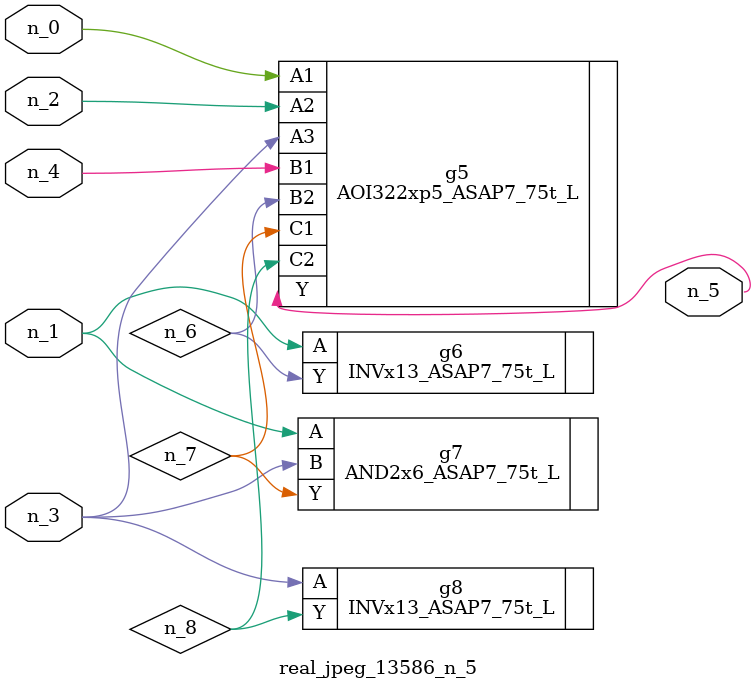
<source format=v>
module real_jpeg_13586_n_5 (n_4, n_0, n_1, n_2, n_3, n_5);

input n_4;
input n_0;
input n_1;
input n_2;
input n_3;

output n_5;

wire n_8;
wire n_6;
wire n_7;

AOI322xp5_ASAP7_75t_L g5 ( 
.A1(n_0),
.A2(n_2),
.A3(n_3),
.B1(n_4),
.B2(n_6),
.C1(n_7),
.C2(n_8),
.Y(n_5)
);

INVx13_ASAP7_75t_L g6 ( 
.A(n_1),
.Y(n_6)
);

AND2x6_ASAP7_75t_L g7 ( 
.A(n_1),
.B(n_3),
.Y(n_7)
);

INVx13_ASAP7_75t_L g8 ( 
.A(n_3),
.Y(n_8)
);


endmodule
</source>
